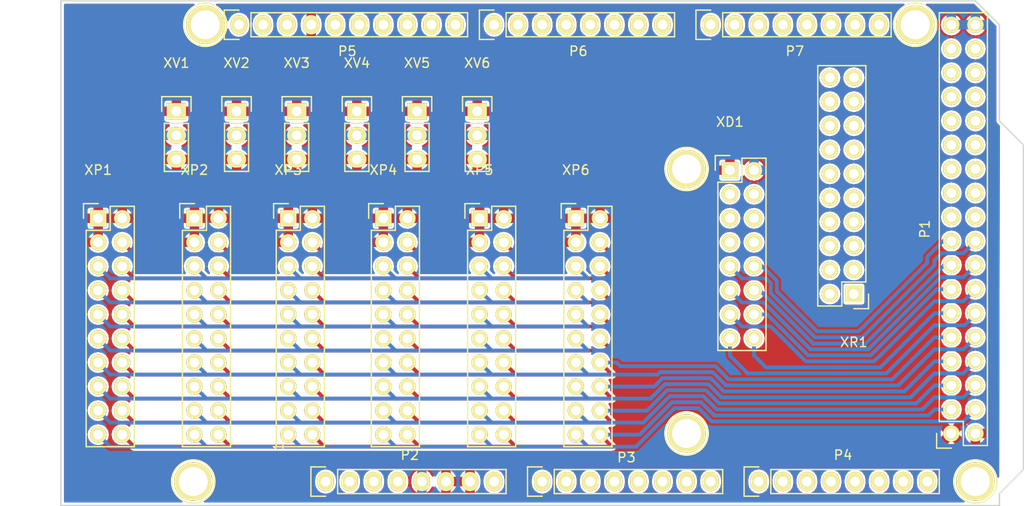
<source format=kicad_pcb>
(kicad_pcb (version 4) (host pcbnew 4.0.1-3.201512221401+6198~38~ubuntu15.10.1-stable)
  (title_block (date "mar. 31 mars 2015"))
  (layers (0 F.Cu signal) (31 B.Cu signal) (34 B.Paste user) (35 F.Paste user) (36 B.SilkS user) (37 F.SilkS user) (38 B.Mask user) (39 F.Mask user) (44 Edge.Cuts user))
  (net 0 "")
  (net 1 GND)
  (net 2 +5V)
  (net 3 //G)
  (net 4 /P7)
  (net 5 /P6)
  (net 6 /P5)
  (net 7 /P4)
  (net 8 /P3)
  (net 9 /P2)
  (net 10 /P1)
  (net 11 /P0)
  (net 12 /AP7)
  (net 13 /AP6)
  (net 14 /AP5)
  (net 15 /AP4)
  (net 16 /AP3)
  (net 17 /AP2)
  (net 18 /AP1)
  (net 19 /AP0)
  (module Socket_Arduino_Mega:Socket_Strip_Arduino_2x18 (layer F.Cu) (at 197.358 114.046 90)
    (fp_text reference P1 (at 21.59 -2.794 90) (layer F.SilkS))
    (fp_text value Digital)
    (pad 1 thru_hole circle (at 0 0 90) (size 1.7272 1.7272) (drill 1.016) (layers *.Cu *.Mask F.SilkS) (net 1 GND))
    (pad 2 thru_hole oval (at 0 2.54 90) (size 1.7272 1.7272) (drill 1.016) (layers *.Cu *.Mask F.SilkS) (net 1 GND))
    (pad 3 thru_hole oval (at 2.54 0 90) (size 1.7272 1.7272) (drill 1.016) (layers *.Cu *.Mask F.SilkS) (net 19 /AP0))
    (pad 4 thru_hole oval (at 2.54 2.54 90) (size 1.7272 1.7272) (drill 1.016) (layers *.Cu *.Mask F.SilkS) (net 18 /AP1))
    (pad 5 thru_hole oval (at 5.08 0 90) (size 1.7272 1.7272) (drill 1.016) (layers *.Cu *.Mask F.SilkS) (net 17 /AP2))
    (pad 6 thru_hole oval (at 5.08 2.54 90) (size 1.7272 1.7272) (drill 1.016) (layers *.Cu *.Mask F.SilkS) (net 16 /AP3))
    (pad 7 thru_hole oval (at 7.62 0 90) (size 1.7272 1.7272) (drill 1.016) (layers *.Cu *.Mask F.SilkS) (net 15 /AP4))
    (pad 8 thru_hole oval (at 7.62 2.54 90) (size 1.7272 1.7272) (drill 1.016) (layers *.Cu *.Mask F.SilkS) (net 14 /AP5))
    (pad 9 thru_hole oval (at 10.16 0 90) (size 1.7272 1.7272) (drill 1.016) (layers *.Cu *.Mask F.SilkS) (net 13 /AP6))
    (pad 10 thru_hole oval (at 10.16 2.54 90) (size 1.7272 1.7272) (drill 1.016) (layers *.Cu *.Mask F.SilkS) (net 12 /AP7))
    (pad 11 thru_hole oval (at 12.7 0 90) (size 1.7272 1.7272) (drill 1.016) (layers *.Cu *.Mask F.SilkS) (net 11 /P0))
    (pad 12 thru_hole oval (at 12.7 2.54 90) (size 1.7272 1.7272) (drill 1.016) (layers *.Cu *.Mask F.SilkS) (net 10 /P1))
    (pad 13 thru_hole oval (at 15.24 0 90) (size 1.7272 1.7272) (drill 1.016) (layers *.Cu *.Mask F.SilkS) (net 9 /P2))
    (pad 14 thru_hole oval (at 15.24 2.54 90) (size 1.7272 1.7272) (drill 1.016) (layers *.Cu *.Mask F.SilkS) (net 8 /P3))
    (pad 15 thru_hole oval (at 17.78 0 90) (size 1.7272 1.7272) (drill 1.016) (layers *.Cu *.Mask F.SilkS) (net 7 /P4))
    (pad 16 thru_hole oval (at 17.78 2.54 90) (size 1.7272 1.7272) (drill 1.016) (layers *.Cu *.Mask F.SilkS) (net 6 /P5))
    (pad 17 thru_hole oval (at 20.32 0 90) (size 1.7272 1.7272) (drill 1.016) (layers *.Cu *.Mask F.SilkS) (net 5 /P6))
    (pad 18 thru_hole oval (at 20.32 2.54 90) (size 1.7272 1.7272) (drill 1.016) (layers *.Cu *.Mask F.SilkS) (net 4 /P7))
    (pad 19 thru_hole oval (at 22.86 0 90) (size 1.7272 1.7272) (drill 1.016) (layers *.Cu *.Mask F.SilkS))
    (pad 20 thru_hole oval (at 22.86 2.54 90) (size 1.7272 1.7272) (drill 1.016) (layers *.Cu *.Mask F.SilkS))
    (pad 21 thru_hole oval (at 25.4 0 90) (size 1.7272 1.7272) (drill 1.016) (layers *.Cu *.Mask F.SilkS))
    (pad 22 thru_hole oval (at 25.4 2.54 90) (size 1.7272 1.7272) (drill 1.016) (layers *.Cu *.Mask F.SilkS))
    (pad 23 thru_hole oval (at 27.94 0 90) (size 1.7272 1.7272) (drill 1.016) (layers *.Cu *.Mask F.SilkS))
    (pad 24 thru_hole oval (at 27.94 2.54 90) (size 1.7272 1.7272) (drill 1.016) (layers *.Cu *.Mask F.SilkS))
    (pad 25 thru_hole oval (at 30.48 0 90) (size 1.7272 1.7272) (drill 1.016) (layers *.Cu *.Mask F.SilkS))
    (pad 26 thru_hole oval (at 30.48 2.54 90) (size 1.7272 1.7272) (drill 1.016) (layers *.Cu *.Mask F.SilkS))
    (pad 27 thru_hole oval (at 33.02 0 90) (size 1.7272 1.7272) (drill 1.016) (layers *.Cu *.Mask F.SilkS))
    (pad 28 thru_hole oval (at 33.02 2.54 90) (size 1.7272 1.7272) (drill 1.016) (layers *.Cu *.Mask F.SilkS))
    (pad 29 thru_hole oval (at 35.56 0 90) (size 1.7272 1.7272) (drill 1.016) (layers *.Cu *.Mask F.SilkS))
    (pad 30 thru_hole oval (at 35.56 2.54 90) (size 1.7272 1.7272) (drill 1.016) (layers *.Cu *.Mask F.SilkS))
    (pad 31 thru_hole oval (at 38.1 0 90) (size 1.7272 1.7272) (drill 1.016) (layers *.Cu *.Mask F.SilkS))
    (pad 32 thru_hole oval (at 38.1 2.54 90) (size 1.7272 1.7272) (drill 1.016) (layers *.Cu *.Mask F.SilkS))
    (pad 33 thru_hole oval (at 40.64 0 90) (size 1.7272 1.7272) (drill 1.016) (layers *.Cu *.Mask F.SilkS))
    (pad 34 thru_hole oval (at 40.64 2.54 90) (size 1.7272 1.7272) (drill 1.016) (layers *.Cu *.Mask F.SilkS))
    (pad 35 thru_hole oval (at 43.18 0 90) (size 1.7272 1.7272) (drill 1.016) (layers *.Cu *.Mask F.SilkS) (net 2 +5V))
    (pad 36 thru_hole oval (at 43.18 2.54 90) (size 1.7272 1.7272) (drill 1.016) (layers *.Cu *.Mask F.SilkS) (net 2 +5V))
  )
  (module Socket_Arduino_Mega:Socket_Strip_Arduino_1x08 (layer F.Cu) (at 131.318 119.126)
    (fp_text reference P2 (at 8.89 -2.794) (layer F.SilkS))
    (fp_text value Power)
    (pad 1 thru_hole oval (at 0 0) (size 1.7272 2.032) (drill 1.016) (layers *.Cu *.Mask F.SilkS))
    (pad 2 thru_hole oval (at 2.54 0) (size 1.7272 2.032) (drill 1.016) (layers *.Cu *.Mask F.SilkS))
    (pad 3 thru_hole oval (at 5.08 0) (size 1.7272 2.032) (drill 1.016) (layers *.Cu *.Mask F.SilkS))
    (pad 4 thru_hole oval (at 7.62 0) (size 1.7272 2.032) (drill 1.016) (layers *.Cu *.Mask F.SilkS))
    (pad 5 thru_hole oval (at 10.16 0) (size 1.7272 2.032) (drill 1.016) (layers *.Cu *.Mask F.SilkS) (net 2 +5V))
    (pad 6 thru_hole oval (at 12.7 0) (size 1.7272 2.032) (drill 1.016) (layers *.Cu *.Mask F.SilkS) (net 1 GND))
    (pad 7 thru_hole oval (at 15.24 0) (size 1.7272 2.032) (drill 1.016) (layers *.Cu *.Mask F.SilkS) (net 1 GND))
    (pad 8 thru_hole oval (at 17.78 0) (size 1.7272 2.032) (drill 1.016) (layers *.Cu *.Mask F.SilkS))
  )
  (module Socket_Arduino_Mega:Socket_Strip_Arduino_1x08 (layer F.Cu) (at 154.178 119.126)
    (fp_text reference P3 (at 8.89 -2.54) (layer F.SilkS))
    (fp_text value Analog)
    (pad 1 thru_hole oval (at 0 0) (size 1.7272 2.032) (drill 1.016) (layers *.Cu *.Mask F.SilkS))
    (pad 2 thru_hole oval (at 2.54 0) (size 1.7272 2.032) (drill 1.016) (layers *.Cu *.Mask F.SilkS))
    (pad 3 thru_hole oval (at 5.08 0) (size 1.7272 2.032) (drill 1.016) (layers *.Cu *.Mask F.SilkS))
    (pad 4 thru_hole oval (at 7.62 0) (size 1.7272 2.032) (drill 1.016) (layers *.Cu *.Mask F.SilkS))
    (pad 5 thru_hole oval (at 10.16 0) (size 1.7272 2.032) (drill 1.016) (layers *.Cu *.Mask F.SilkS))
    (pad 6 thru_hole oval (at 12.7 0) (size 1.7272 2.032) (drill 1.016) (layers *.Cu *.Mask F.SilkS))
    (pad 7 thru_hole oval (at 15.24 0) (size 1.7272 2.032) (drill 1.016) (layers *.Cu *.Mask F.SilkS))
    (pad 8 thru_hole oval (at 17.78 0) (size 1.7272 2.032) (drill 1.016) (layers *.Cu *.Mask F.SilkS))
  )
  (module Socket_Arduino_Mega:Socket_Strip_Arduino_1x08 (layer F.Cu) (at 177.038 119.126)
    (fp_text reference P4 (at 8.89 -2.794) (layer F.SilkS))
    (fp_text value Analog)
    (pad 1 thru_hole oval (at 0 0) (size 1.7272 2.032) (drill 1.016) (layers *.Cu *.Mask F.SilkS))
    (pad 2 thru_hole oval (at 2.54 0) (size 1.7272 2.032) (drill 1.016) (layers *.Cu *.Mask F.SilkS))
    (pad 3 thru_hole oval (at 5.08 0) (size 1.7272 2.032) (drill 1.016) (layers *.Cu *.Mask F.SilkS))
    (pad 4 thru_hole oval (at 7.62 0) (size 1.7272 2.032) (drill 1.016) (layers *.Cu *.Mask F.SilkS))
    (pad 5 thru_hole oval (at 10.16 0) (size 1.7272 2.032) (drill 1.016) (layers *.Cu *.Mask F.SilkS))
    (pad 6 thru_hole oval (at 12.7 0) (size 1.7272 2.032) (drill 1.016) (layers *.Cu *.Mask F.SilkS))
    (pad 7 thru_hole oval (at 15.24 0) (size 1.7272 2.032) (drill 1.016) (layers *.Cu *.Mask F.SilkS))
    (pad 8 thru_hole oval (at 17.78 0) (size 1.7272 2.032) (drill 1.016) (layers *.Cu *.Mask F.SilkS))
  )
  (module Socket_Arduino_Mega:Socket_Strip_Arduino_1x10 (layer F.Cu) (at 122.174 70.866)
    (fp_text reference P5 (at 11.43 2.794) (layer F.SilkS))
    (fp_text value PWM)
    (pad 1 thru_hole oval (at 0 0) (size 1.7272 2.032) (drill 1.016) (layers *.Cu *.Mask F.SilkS))
    (pad 2 thru_hole oval (at 2.54 0) (size 1.7272 2.032) (drill 1.016) (layers *.Cu *.Mask F.SilkS))
    (pad 3 thru_hole oval (at 5.08 0) (size 1.7272 2.032) (drill 1.016) (layers *.Cu *.Mask F.SilkS))
    (pad 4 thru_hole oval (at 7.62 0) (size 1.7272 2.032) (drill 1.016) (layers *.Cu *.Mask F.SilkS) (net 1 GND))
    (pad 5 thru_hole oval (at 10.16 0) (size 1.7272 2.032) (drill 1.016) (layers *.Cu *.Mask F.SilkS))
    (pad 6 thru_hole oval (at 12.7 0) (size 1.7272 2.032) (drill 1.016) (layers *.Cu *.Mask F.SilkS))
    (pad 7 thru_hole oval (at 15.24 0) (size 1.7272 2.032) (drill 1.016) (layers *.Cu *.Mask F.SilkS))
    (pad 8 thru_hole oval (at 17.78 0) (size 1.7272 2.032) (drill 1.016) (layers *.Cu *.Mask F.SilkS))
    (pad 9 thru_hole oval (at 20.32 0) (size 1.7272 2.032) (drill 1.016) (layers *.Cu *.Mask F.SilkS))
    (pad 10 thru_hole oval (at 22.86 0) (size 1.7272 2.032) (drill 1.016) (layers *.Cu *.Mask F.SilkS))
  )
  (module Socket_Arduino_Mega:Socket_Strip_Arduino_1x08 (layer F.Cu) (at 149.098 70.866)
    (fp_text reference P6 (at 8.89 2.794) (layer F.SilkS))
    (fp_text value PWM)
    (pad 1 thru_hole oval (at 0 0) (size 1.7272 2.032) (drill 1.016) (layers *.Cu *.Mask F.SilkS))
    (pad 2 thru_hole oval (at 2.54 0) (size 1.7272 2.032) (drill 1.016) (layers *.Cu *.Mask F.SilkS))
    (pad 3 thru_hole oval (at 5.08 0) (size 1.7272 2.032) (drill 1.016) (layers *.Cu *.Mask F.SilkS))
    (pad 4 thru_hole oval (at 7.62 0) (size 1.7272 2.032) (drill 1.016) (layers *.Cu *.Mask F.SilkS))
    (pad 5 thru_hole oval (at 10.16 0) (size 1.7272 2.032) (drill 1.016) (layers *.Cu *.Mask F.SilkS))
    (pad 6 thru_hole oval (at 12.7 0) (size 1.7272 2.032) (drill 1.016) (layers *.Cu *.Mask F.SilkS))
    (pad 7 thru_hole oval (at 15.24 0) (size 1.7272 2.032) (drill 1.016) (layers *.Cu *.Mask F.SilkS))
    (pad 8 thru_hole oval (at 17.78 0) (size 1.7272 2.032) (drill 1.016) (layers *.Cu *.Mask F.SilkS))
  )
  (module Socket_Arduino_Mega:Socket_Strip_Arduino_1x08 (layer F.Cu) (at 171.958 70.866)
    (fp_text reference P7 (at 8.89 2.794) (layer F.SilkS))
    (fp_text value Communication)
    (pad 1 thru_hole oval (at 0 0) (size 1.7272 2.032) (drill 1.016) (layers *.Cu *.Mask F.SilkS))
    (pad 2 thru_hole oval (at 2.54 0) (size 1.7272 2.032) (drill 1.016) (layers *.Cu *.Mask F.SilkS))
    (pad 3 thru_hole oval (at 5.08 0) (size 1.7272 2.032) (drill 1.016) (layers *.Cu *.Mask F.SilkS))
    (pad 4 thru_hole oval (at 7.62 0) (size 1.7272 2.032) (drill 1.016) (layers *.Cu *.Mask F.SilkS))
    (pad 5 thru_hole oval (at 10.16 0) (size 1.7272 2.032) (drill 1.016) (layers *.Cu *.Mask F.SilkS))
    (pad 6 thru_hole oval (at 12.7 0) (size 1.7272 2.032) (drill 1.016) (layers *.Cu *.Mask F.SilkS))
    (pad 7 thru_hole oval (at 15.24 0) (size 1.7272 2.032) (drill 1.016) (layers *.Cu *.Mask F.SilkS))
    (pad 8 thru_hole oval (at 17.78 0) (size 1.7272 2.032) (drill 1.016) (layers *.Cu *.Mask F.SilkS))
  )
  (module Socket_Arduino_Mega:Arduino_1pin (layer F.Cu) (at 117.348 119.126)
    (fp_text reference P8 hide)
    (fp_text value CONN_1 hide)
    (pad 1 thru_hole circle (at 0 0) (size 4.064 4.064) (drill 3.048) (layers *.Cu *.Mask F.SilkS))
  )
  (module Socket_Arduino_Mega:Arduino_1pin (layer F.Cu) (at 169.418 114.046)
    (fp_text reference P9 hide)
    (fp_text value CONN_1 hide)
    (pad 1 thru_hole circle (at 0 0) (size 4.064 4.064) (drill 3.048) (layers *.Cu *.Mask F.SilkS))
  )
  (module Socket_Arduino_Mega:Arduino_1pin (layer F.Cu) (at 199.898 119.126)
    (fp_text reference P10 hide)
    (fp_text value CONN_1 hide)
    (pad 1 thru_hole circle (at 0 0) (size 4.064 4.064) (drill 3.048) (layers *.Cu *.Mask F.SilkS))
  )
  (module Socket_Arduino_Mega:Arduino_1pin (layer F.Cu) (at 118.618 70.866)
    (fp_text reference P11 hide)
    (fp_text value CONN_1 hide)
    (pad 1 thru_hole circle (at 0 0) (size 4.064 4.064) (drill 3.048) (layers *.Cu *.Mask F.SilkS))
  )
  (module Socket_Arduino_Mega:Arduino_1pin (layer F.Cu) (at 169.418 86.106)
    (fp_text reference P12 hide)
    (fp_text value CONN_1 hide)
    (pad 1 thru_hole circle (at 0 0) (size 4.064 4.064) (drill 3.048) (layers *.Cu *.Mask F.SilkS))
  )
  (module Socket_Arduino_Mega:Arduino_1pin (layer F.Cu) (at 193.548 70.866)
    (fp_text reference P13 hide)
    (fp_text value CONN_1 hide)
    (pad 1 thru_hole circle (at 0 0) (size 4.064 4.064) (drill 3.048) (layers *.Cu *.Mask F.SilkS))
  )
  (module Pin_Headers:Pin_Header_Straight_2x08 (layer F.Cu) (at 173.99 86.233)
    (fp_text reference XD1 (at 0 -5.1) (layer F.SilkS))
    (fp_text value CONN_02X08)
    (pad 1 thru_hole rect (at 0 0) (size 1.7272 1.7272) (drill 1.016) (layers *.Cu *.Mask F.SilkS) (net 1 GND))
    (pad 2 thru_hole oval (at 2.54 0) (size 1.7272 1.7272) (drill 1.016) (layers *.Cu *.Mask F.SilkS) (net 2 +5V))
    (pad 3 thru_hole oval (at 0 2.54) (size 1.7272 1.7272) (drill 1.016) (layers *.Cu *.Mask F.SilkS))
    (pad 4 thru_hole oval (at 2.54 2.54) (size 1.7272 1.7272) (drill 1.016) (layers *.Cu *.Mask F.SilkS))
    (pad 5 thru_hole oval (at 0 5.08) (size 1.7272 1.7272) (drill 1.016) (layers *.Cu *.Mask F.SilkS))
    (pad 6 thru_hole oval (at 2.54 5.08) (size 1.7272 1.7272) (drill 1.016) (layers *.Cu *.Mask F.SilkS))
    (pad 7 thru_hole oval (at 0 7.62) (size 1.7272 1.7272) (drill 1.016) (layers *.Cu *.Mask F.SilkS))
    (pad 8 thru_hole oval (at 2.54 7.62) (size 1.7272 1.7272) (drill 1.016) (layers *.Cu *.Mask F.SilkS))
    (pad 9 thru_hole oval (at 0 10.16) (size 1.7272 1.7272) (drill 1.016) (layers *.Cu *.Mask F.SilkS) (net 4 /P7))
    (pad 10 thru_hole oval (at 2.54 10.16) (size 1.7272 1.7272) (drill 1.016) (layers *.Cu *.Mask F.SilkS) (net 5 /P6))
    (pad 11 thru_hole oval (at 0 12.7) (size 1.7272 1.7272) (drill 1.016) (layers *.Cu *.Mask F.SilkS) (net 6 /P5))
    (pad 12 thru_hole oval (at 2.54 12.7) (size 1.7272 1.7272) (drill 1.016) (layers *.Cu *.Mask F.SilkS) (net 7 /P4))
    (pad 13 thru_hole oval (at 0 15.24) (size 1.7272 1.7272) (drill 1.016) (layers *.Cu *.Mask F.SilkS) (net 8 /P3))
    (pad 14 thru_hole oval (at 2.54 15.24) (size 1.7272 1.7272) (drill 1.016) (layers *.Cu *.Mask F.SilkS) (net 9 /P2))
    (pad 15 thru_hole oval (at 0 17.78) (size 1.7272 1.7272) (drill 1.016) (layers *.Cu *.Mask F.SilkS) (net 10 /P1))
    (pad 16 thru_hole oval (at 2.54 17.78) (size 1.7272 1.7272) (drill 1.016) (layers *.Cu *.Mask F.SilkS) (net 11 /P0))
  )
  (module Pin_Headers:Pin_Header_Straight_2x10 (layer F.Cu) (at 107.315 91.313)
    (fp_text reference XP1 (at 0 -5.1) (layer F.SilkS))
    (fp_text value CONN_02X10)
    (pad 1 thru_hole rect (at 0 0) (size 1.7272 1.7272) (drill 1.016) (layers *.Cu *.Mask F.SilkS) (net 1 GND))
    (pad 2 thru_hole oval (at 2.54 0) (size 1.7272 1.7272) (drill 1.016) (layers *.Cu *.Mask F.SilkS) (net 1 GND))
    (pad 3 thru_hole oval (at 0 2.54) (size 1.7272 1.7272) (drill 1.016) (layers *.Cu *.Mask F.SilkS) (net 1 GND))
    (pad 4 thru_hole oval (at 2.54 2.54) (size 1.7272 1.7272) (drill 1.016) (layers *.Cu *.Mask F.SilkS) (net 3 //G))
    (pad 5 thru_hole oval (at 0 5.08) (size 1.7272 1.7272) (drill 1.016) (layers *.Cu *.Mask F.SilkS) (net 4 /P7))
    (pad 6 thru_hole oval (at 2.54 5.08) (size 1.7272 1.7272) (drill 1.016) (layers *.Cu *.Mask F.SilkS) (net 5 /P6))
    (pad 7 thru_hole oval (at 0 7.62) (size 1.7272 1.7272) (drill 1.016) (layers *.Cu *.Mask F.SilkS) (net 6 /P5))
    (pad 8 thru_hole oval (at 2.54 7.62) (size 1.7272 1.7272) (drill 1.016) (layers *.Cu *.Mask F.SilkS) (net 7 /P4))
    (pad 9 thru_hole oval (at 0 10.16) (size 1.7272 1.7272) (drill 1.016) (layers *.Cu *.Mask F.SilkS) (net 8 /P3))
    (pad 10 thru_hole oval (at 2.54 10.16) (size 1.7272 1.7272) (drill 1.016) (layers *.Cu *.Mask F.SilkS) (net 9 /P2))
    (pad 11 thru_hole oval (at 0 12.7) (size 1.7272 1.7272) (drill 1.016) (layers *.Cu *.Mask F.SilkS) (net 10 /P1))
    (pad 12 thru_hole oval (at 2.54 12.7) (size 1.7272 1.7272) (drill 1.016) (layers *.Cu *.Mask F.SilkS) (net 11 /P0))
    (pad 13 thru_hole oval (at 0 15.24) (size 1.7272 1.7272) (drill 1.016) (layers *.Cu *.Mask F.SilkS) (net 12 /AP7))
    (pad 14 thru_hole oval (at 2.54 15.24) (size 1.7272 1.7272) (drill 1.016) (layers *.Cu *.Mask F.SilkS) (net 13 /AP6))
    (pad 15 thru_hole oval (at 0 17.78) (size 1.7272 1.7272) (drill 1.016) (layers *.Cu *.Mask F.SilkS) (net 14 /AP5))
    (pad 16 thru_hole oval (at 2.54 17.78) (size 1.7272 1.7272) (drill 1.016) (layers *.Cu *.Mask F.SilkS) (net 15 /AP4))
    (pad 17 thru_hole oval (at 0 20.32) (size 1.7272 1.7272) (drill 1.016) (layers *.Cu *.Mask F.SilkS) (net 16 /AP3))
    (pad 18 thru_hole oval (at 2.54 20.32) (size 1.7272 1.7272) (drill 1.016) (layers *.Cu *.Mask F.SilkS) (net 17 /AP2))
    (pad 19 thru_hole oval (at 0 22.86) (size 1.7272 1.7272) (drill 1.016) (layers *.Cu *.Mask F.SilkS) (net 18 /AP1))
    (pad 20 thru_hole oval (at 2.54 22.86) (size 1.7272 1.7272) (drill 1.016) (layers *.Cu *.Mask F.SilkS) (net 19 /AP0))
  )
  (module Pin_Headers:Pin_Header_Straight_2x10 (layer F.Cu) (at 117.475 91.313)
    (fp_text reference XP2 (at 0 -5.1) (layer F.SilkS))
    (fp_text value CONN_02X10)
    (pad 1 thru_hole rect (at 0 0) (size 1.7272 1.7272) (drill 1.016) (layers *.Cu *.Mask F.SilkS) (net 1 GND))
    (pad 2 thru_hole oval (at 2.54 0) (size 1.7272 1.7272) (drill 1.016) (layers *.Cu *.Mask F.SilkS) (net 1 GND))
    (pad 3 thru_hole oval (at 0 2.54) (size 1.7272 1.7272) (drill 1.016) (layers *.Cu *.Mask F.SilkS) (net 1 GND))
    (pad 4 thru_hole oval (at 2.54 2.54) (size 1.7272 1.7272) (drill 1.016) (layers *.Cu *.Mask F.SilkS) (net 3 //G))
    (pad 5 thru_hole oval (at 0 5.08) (size 1.7272 1.7272) (drill 1.016) (layers *.Cu *.Mask F.SilkS) (net 4 /P7))
    (pad 6 thru_hole oval (at 2.54 5.08) (size 1.7272 1.7272) (drill 1.016) (layers *.Cu *.Mask F.SilkS) (net 5 /P6))
    (pad 7 thru_hole oval (at 0 7.62) (size 1.7272 1.7272) (drill 1.016) (layers *.Cu *.Mask F.SilkS) (net 6 /P5))
    (pad 8 thru_hole oval (at 2.54 7.62) (size 1.7272 1.7272) (drill 1.016) (layers *.Cu *.Mask F.SilkS) (net 7 /P4))
    (pad 9 thru_hole oval (at 0 10.16) (size 1.7272 1.7272) (drill 1.016) (layers *.Cu *.Mask F.SilkS) (net 8 /P3))
    (pad 10 thru_hole oval (at 2.54 10.16) (size 1.7272 1.7272) (drill 1.016) (layers *.Cu *.Mask F.SilkS) (net 9 /P2))
    (pad 11 thru_hole oval (at 0 12.7) (size 1.7272 1.7272) (drill 1.016) (layers *.Cu *.Mask F.SilkS) (net 10 /P1))
    (pad 12 thru_hole oval (at 2.54 12.7) (size 1.7272 1.7272) (drill 1.016) (layers *.Cu *.Mask F.SilkS) (net 11 /P0))
    (pad 13 thru_hole oval (at 0 15.24) (size 1.7272 1.7272) (drill 1.016) (layers *.Cu *.Mask F.SilkS) (net 12 /AP7))
    (pad 14 thru_hole oval (at 2.54 15.24) (size 1.7272 1.7272) (drill 1.016) (layers *.Cu *.Mask F.SilkS) (net 13 /AP6))
    (pad 15 thru_hole oval (at 0 17.78) (size 1.7272 1.7272) (drill 1.016) (layers *.Cu *.Mask F.SilkS) (net 14 /AP5))
    (pad 16 thru_hole oval (at 2.54 17.78) (size 1.7272 1.7272) (drill 1.016) (layers *.Cu *.Mask F.SilkS) (net 15 /AP4))
    (pad 17 thru_hole oval (at 0 20.32) (size 1.7272 1.7272) (drill 1.016) (layers *.Cu *.Mask F.SilkS) (net 16 /AP3))
    (pad 18 thru_hole oval (at 2.54 20.32) (size 1.7272 1.7272) (drill 1.016) (layers *.Cu *.Mask F.SilkS) (net 17 /AP2))
    (pad 19 thru_hole oval (at 0 22.86) (size 1.7272 1.7272) (drill 1.016) (layers *.Cu *.Mask F.SilkS) (net 18 /AP1))
    (pad 20 thru_hole oval (at 2.54 22.86) (size 1.7272 1.7272) (drill 1.016) (layers *.Cu *.Mask F.SilkS) (net 19 /AP0))
  )
  (module Pin_Headers:Pin_Header_Straight_2x10 (layer F.Cu) (at 127.381 91.313)
    (fp_text reference XP3 (at 0 -5.1) (layer F.SilkS))
    (fp_text value CONN_02X10)
    (pad 1 thru_hole rect (at 0 0) (size 1.7272 1.7272) (drill 1.016) (layers *.Cu *.Mask F.SilkS) (net 1 GND))
    (pad 2 thru_hole oval (at 2.54 0) (size 1.7272 1.7272) (drill 1.016) (layers *.Cu *.Mask F.SilkS) (net 1 GND))
    (pad 3 thru_hole oval (at 0 2.54) (size 1.7272 1.7272) (drill 1.016) (layers *.Cu *.Mask F.SilkS) (net 1 GND))
    (pad 4 thru_hole oval (at 2.54 2.54) (size 1.7272 1.7272) (drill 1.016) (layers *.Cu *.Mask F.SilkS) (net 3 //G))
    (pad 5 thru_hole oval (at 0 5.08) (size 1.7272 1.7272) (drill 1.016) (layers *.Cu *.Mask F.SilkS) (net 4 /P7))
    (pad 6 thru_hole oval (at 2.54 5.08) (size 1.7272 1.7272) (drill 1.016) (layers *.Cu *.Mask F.SilkS) (net 5 /P6))
    (pad 7 thru_hole oval (at 0 7.62) (size 1.7272 1.7272) (drill 1.016) (layers *.Cu *.Mask F.SilkS) (net 6 /P5))
    (pad 8 thru_hole oval (at 2.54 7.62) (size 1.7272 1.7272) (drill 1.016) (layers *.Cu *.Mask F.SilkS) (net 7 /P4))
    (pad 9 thru_hole oval (at 0 10.16) (size 1.7272 1.7272) (drill 1.016) (layers *.Cu *.Mask F.SilkS) (net 8 /P3))
    (pad 10 thru_hole oval (at 2.54 10.16) (size 1.7272 1.7272) (drill 1.016) (layers *.Cu *.Mask F.SilkS) (net 9 /P2))
    (pad 11 thru_hole oval (at 0 12.7) (size 1.7272 1.7272) (drill 1.016) (layers *.Cu *.Mask F.SilkS) (net 10 /P1))
    (pad 12 thru_hole oval (at 2.54 12.7) (size 1.7272 1.7272) (drill 1.016) (layers *.Cu *.Mask F.SilkS) (net 11 /P0))
    (pad 13 thru_hole oval (at 0 15.24) (size 1.7272 1.7272) (drill 1.016) (layers *.Cu *.Mask F.SilkS) (net 12 /AP7))
    (pad 14 thru_hole oval (at 2.54 15.24) (size 1.7272 1.7272) (drill 1.016) (layers *.Cu *.Mask F.SilkS) (net 13 /AP6))
    (pad 15 thru_hole oval (at 0 17.78) (size 1.7272 1.7272) (drill 1.016) (layers *.Cu *.Mask F.SilkS) (net 14 /AP5))
    (pad 16 thru_hole oval (at 2.54 17.78) (size 1.7272 1.7272) (drill 1.016) (layers *.Cu *.Mask F.SilkS) (net 15 /AP4))
    (pad 17 thru_hole oval (at 0 20.32) (size 1.7272 1.7272) (drill 1.016) (layers *.Cu *.Mask F.SilkS) (net 16 /AP3))
    (pad 18 thru_hole oval (at 2.54 20.32) (size 1.7272 1.7272) (drill 1.016) (layers *.Cu *.Mask F.SilkS) (net 17 /AP2))
    (pad 19 thru_hole oval (at 0 22.86) (size 1.7272 1.7272) (drill 1.016) (layers *.Cu *.Mask F.SilkS) (net 18 /AP1))
    (pad 20 thru_hole oval (at 2.54 22.86) (size 1.7272 1.7272) (drill 1.016) (layers *.Cu *.Mask F.SilkS) (net 19 /AP0))
  )
  (module Pin_Headers:Pin_Header_Straight_2x10 (layer F.Cu) (at 137.414 91.313)
    (fp_text reference XP4 (at 0 -5.1) (layer F.SilkS))
    (fp_text value CONN_02X10)
    (pad 1 thru_hole rect (at 0 0) (size 1.7272 1.7272) (drill 1.016) (layers *.Cu *.Mask F.SilkS) (net 1 GND))
    (pad 2 thru_hole oval (at 2.54 0) (size 1.7272 1.7272) (drill 1.016) (layers *.Cu *.Mask F.SilkS) (net 1 GND))
    (pad 3 thru_hole oval (at 0 2.54) (size 1.7272 1.7272) (drill 1.016) (layers *.Cu *.Mask F.SilkS) (net 1 GND))
    (pad 4 thru_hole oval (at 2.54 2.54) (size 1.7272 1.7272) (drill 1.016) (layers *.Cu *.Mask F.SilkS) (net 3 //G))
    (pad 5 thru_hole oval (at 0 5.08) (size 1.7272 1.7272) (drill 1.016) (layers *.Cu *.Mask F.SilkS) (net 4 /P7))
    (pad 6 thru_hole oval (at 2.54 5.08) (size 1.7272 1.7272) (drill 1.016) (layers *.Cu *.Mask F.SilkS) (net 5 /P6))
    (pad 7 thru_hole oval (at 0 7.62) (size 1.7272 1.7272) (drill 1.016) (layers *.Cu *.Mask F.SilkS) (net 6 /P5))
    (pad 8 thru_hole oval (at 2.54 7.62) (size 1.7272 1.7272) (drill 1.016) (layers *.Cu *.Mask F.SilkS) (net 7 /P4))
    (pad 9 thru_hole oval (at 0 10.16) (size 1.7272 1.7272) (drill 1.016) (layers *.Cu *.Mask F.SilkS) (net 8 /P3))
    (pad 10 thru_hole oval (at 2.54 10.16) (size 1.7272 1.7272) (drill 1.016) (layers *.Cu *.Mask F.SilkS) (net 9 /P2))
    (pad 11 thru_hole oval (at 0 12.7) (size 1.7272 1.7272) (drill 1.016) (layers *.Cu *.Mask F.SilkS) (net 10 /P1))
    (pad 12 thru_hole oval (at 2.54 12.7) (size 1.7272 1.7272) (drill 1.016) (layers *.Cu *.Mask F.SilkS) (net 11 /P0))
    (pad 13 thru_hole oval (at 0 15.24) (size 1.7272 1.7272) (drill 1.016) (layers *.Cu *.Mask F.SilkS) (net 12 /AP7))
    (pad 14 thru_hole oval (at 2.54 15.24) (size 1.7272 1.7272) (drill 1.016) (layers *.Cu *.Mask F.SilkS) (net 13 /AP6))
    (pad 15 thru_hole oval (at 0 17.78) (size 1.7272 1.7272) (drill 1.016) (layers *.Cu *.Mask F.SilkS) (net 14 /AP5))
    (pad 16 thru_hole oval (at 2.54 17.78) (size 1.7272 1.7272) (drill 1.016) (layers *.Cu *.Mask F.SilkS) (net 15 /AP4))
    (pad 17 thru_hole oval (at 0 20.32) (size 1.7272 1.7272) (drill 1.016) (layers *.Cu *.Mask F.SilkS) (net 16 /AP3))
    (pad 18 thru_hole oval (at 2.54 20.32) (size 1.7272 1.7272) (drill 1.016) (layers *.Cu *.Mask F.SilkS) (net 17 /AP2))
    (pad 19 thru_hole oval (at 0 22.86) (size 1.7272 1.7272) (drill 1.016) (layers *.Cu *.Mask F.SilkS) (net 18 /AP1))
    (pad 20 thru_hole oval (at 2.54 22.86) (size 1.7272 1.7272) (drill 1.016) (layers *.Cu *.Mask F.SilkS) (net 19 /AP0))
  )
  (module Pin_Headers:Pin_Header_Straight_2x10 (layer F.Cu) (at 147.574 91.313)
    (fp_text reference XP5 (at 0 -5.1) (layer F.SilkS))
    (fp_text value CONN_02X10)
    (pad 1 thru_hole rect (at 0 0) (size 1.7272 1.7272) (drill 1.016) (layers *.Cu *.Mask F.SilkS) (net 1 GND))
    (pad 2 thru_hole oval (at 2.54 0) (size 1.7272 1.7272) (drill 1.016) (layers *.Cu *.Mask F.SilkS) (net 1 GND))
    (pad 3 thru_hole oval (at 0 2.54) (size 1.7272 1.7272) (drill 1.016) (layers *.Cu *.Mask F.SilkS) (net 1 GND))
    (pad 4 thru_hole oval (at 2.54 2.54) (size 1.7272 1.7272) (drill 1.016) (layers *.Cu *.Mask F.SilkS) (net 3 //G))
    (pad 5 thru_hole oval (at 0 5.08) (size 1.7272 1.7272) (drill 1.016) (layers *.Cu *.Mask F.SilkS) (net 4 /P7))
    (pad 6 thru_hole oval (at 2.54 5.08) (size 1.7272 1.7272) (drill 1.016) (layers *.Cu *.Mask F.SilkS) (net 5 /P6))
    (pad 7 thru_hole oval (at 0 7.62) (size 1.7272 1.7272) (drill 1.016) (layers *.Cu *.Mask F.SilkS) (net 6 /P5))
    (pad 8 thru_hole oval (at 2.54 7.62) (size 1.7272 1.7272) (drill 1.016) (layers *.Cu *.Mask F.SilkS) (net 7 /P4))
    (pad 9 thru_hole oval (at 0 10.16) (size 1.7272 1.7272) (drill 1.016) (layers *.Cu *.Mask F.SilkS) (net 8 /P3))
    (pad 10 thru_hole oval (at 2.54 10.16) (size 1.7272 1.7272) (drill 1.016) (layers *.Cu *.Mask F.SilkS) (net 9 /P2))
    (pad 11 thru_hole oval (at 0 12.7) (size 1.7272 1.7272) (drill 1.016) (layers *.Cu *.Mask F.SilkS) (net 10 /P1))
    (pad 12 thru_hole oval (at 2.54 12.7) (size 1.7272 1.7272) (drill 1.016) (layers *.Cu *.Mask F.SilkS) (net 11 /P0))
    (pad 13 thru_hole oval (at 0 15.24) (size 1.7272 1.7272) (drill 1.016) (layers *.Cu *.Mask F.SilkS) (net 12 /AP7))
    (pad 14 thru_hole oval (at 2.54 15.24) (size 1.7272 1.7272) (drill 1.016) (layers *.Cu *.Mask F.SilkS) (net 13 /AP6))
    (pad 15 thru_hole oval (at 0 17.78) (size 1.7272 1.7272) (drill 1.016) (layers *.Cu *.Mask F.SilkS) (net 14 /AP5))
    (pad 16 thru_hole oval (at 2.54 17.78) (size 1.7272 1.7272) (drill 1.016) (layers *.Cu *.Mask F.SilkS) (net 15 /AP4))
    (pad 17 thru_hole oval (at 0 20.32) (size 1.7272 1.7272) (drill 1.016) (layers *.Cu *.Mask F.SilkS) (net 16 /AP3))
    (pad 18 thru_hole oval (at 2.54 20.32) (size 1.7272 1.7272) (drill 1.016) (layers *.Cu *.Mask F.SilkS) (net 17 /AP2))
    (pad 19 thru_hole oval (at 0 22.86) (size 1.7272 1.7272) (drill 1.016) (layers *.Cu *.Mask F.SilkS) (net 18 /AP1))
    (pad 20 thru_hole oval (at 2.54 22.86) (size 1.7272 1.7272) (drill 1.016) (layers *.Cu *.Mask F.SilkS) (net 19 /AP0))
  )
  (module Pin_Headers:Pin_Header_Straight_2x10 (layer F.Cu) (at 157.734 91.313)
    (fp_text reference XP6 (at 0 -5.1) (layer F.SilkS))
    (fp_text value CONN_02X10)
    (pad 1 thru_hole rect (at 0 0) (size 1.7272 1.7272) (drill 1.016) (layers *.Cu *.Mask F.SilkS) (net 1 GND))
    (pad 2 thru_hole oval (at 2.54 0) (size 1.7272 1.7272) (drill 1.016) (layers *.Cu *.Mask F.SilkS) (net 1 GND))
    (pad 3 thru_hole oval (at 0 2.54) (size 1.7272 1.7272) (drill 1.016) (layers *.Cu *.Mask F.SilkS) (net 1 GND))
    (pad 4 thru_hole oval (at 2.54 2.54) (size 1.7272 1.7272) (drill 1.016) (layers *.Cu *.Mask F.SilkS) (net 3 //G))
    (pad 5 thru_hole oval (at 0 5.08) (size 1.7272 1.7272) (drill 1.016) (layers *.Cu *.Mask F.SilkS) (net 4 /P7))
    (pad 6 thru_hole oval (at 2.54 5.08) (size 1.7272 1.7272) (drill 1.016) (layers *.Cu *.Mask F.SilkS) (net 5 /P6))
    (pad 7 thru_hole oval (at 0 7.62) (size 1.7272 1.7272) (drill 1.016) (layers *.Cu *.Mask F.SilkS) (net 6 /P5))
    (pad 8 thru_hole oval (at 2.54 7.62) (size 1.7272 1.7272) (drill 1.016) (layers *.Cu *.Mask F.SilkS) (net 7 /P4))
    (pad 9 thru_hole oval (at 0 10.16) (size 1.7272 1.7272) (drill 1.016) (layers *.Cu *.Mask F.SilkS) (net 8 /P3))
    (pad 10 thru_hole oval (at 2.54 10.16) (size 1.7272 1.7272) (drill 1.016) (layers *.Cu *.Mask F.SilkS) (net 9 /P2))
    (pad 11 thru_hole oval (at 0 12.7) (size 1.7272 1.7272) (drill 1.016) (layers *.Cu *.Mask F.SilkS) (net 10 /P1))
    (pad 12 thru_hole oval (at 2.54 12.7) (size 1.7272 1.7272) (drill 1.016) (layers *.Cu *.Mask F.SilkS) (net 11 /P0))
    (pad 13 thru_hole oval (at 0 15.24) (size 1.7272 1.7272) (drill 1.016) (layers *.Cu *.Mask F.SilkS) (net 12 /AP7))
    (pad 14 thru_hole oval (at 2.54 15.24) (size 1.7272 1.7272) (drill 1.016) (layers *.Cu *.Mask F.SilkS) (net 13 /AP6))
    (pad 15 thru_hole oval (at 0 17.78) (size 1.7272 1.7272) (drill 1.016) (layers *.Cu *.Mask F.SilkS) (net 14 /AP5))
    (pad 16 thru_hole oval (at 2.54 17.78) (size 1.7272 1.7272) (drill 1.016) (layers *.Cu *.Mask F.SilkS) (net 15 /AP4))
    (pad 17 thru_hole oval (at 0 20.32) (size 1.7272 1.7272) (drill 1.016) (layers *.Cu *.Mask F.SilkS) (net 16 /AP3))
    (pad 18 thru_hole oval (at 2.54 20.32) (size 1.7272 1.7272) (drill 1.016) (layers *.Cu *.Mask F.SilkS) (net 17 /AP2))
    (pad 19 thru_hole oval (at 0 22.86) (size 1.7272 1.7272) (drill 1.016) (layers *.Cu *.Mask F.SilkS) (net 18 /AP1))
    (pad 20 thru_hole oval (at 2.54 22.86) (size 1.7272 1.7272) (drill 1.016) (layers *.Cu *.Mask F.SilkS) (net 19 /AP0))
  )
  (module Pin_Headers:Pin_Header_Straight_2x10 (layer F.Cu) (at 187.071 99.314 180)
    (fp_text reference XR1 (at 0 -5.1 180) (layer F.SilkS))
    (fp_text value CONN_02X10)
    (pad 1 thru_hole rect (at 0 0 180) (size 1.7272 1.7272) (drill 1.016) (layers *.Cu *.Mask F.SilkS))
    (pad 2 thru_hole oval (at 2.54 0 180) (size 1.7272 1.7272) (drill 1.016) (layers *.Cu *.Mask F.SilkS))
    (pad 3 thru_hole oval (at 0 2.54 180) (size 1.7272 1.7272) (drill 1.016) (layers *.Cu *.Mask F.SilkS))
    (pad 4 thru_hole oval (at 2.54 2.54 180) (size 1.7272 1.7272) (drill 1.016) (layers *.Cu *.Mask F.SilkS))
    (pad 5 thru_hole oval (at 0 5.08 180) (size 1.7272 1.7272) (drill 1.016) (layers *.Cu *.Mask F.SilkS))
    (pad 6 thru_hole oval (at 2.54 5.08 180) (size 1.7272 1.7272) (drill 1.016) (layers *.Cu *.Mask F.SilkS))
    (pad 7 thru_hole oval (at 0 7.62 180) (size 1.7272 1.7272) (drill 1.016) (layers *.Cu *.Mask F.SilkS))
    (pad 8 thru_hole oval (at 2.54 7.62 180) (size 1.7272 1.7272) (drill 1.016) (layers *.Cu *.Mask F.SilkS))
    (pad 9 thru_hole oval (at 0 10.16 180) (size 1.7272 1.7272) (drill 1.016) (layers *.Cu *.Mask F.SilkS))
    (pad 10 thru_hole oval (at 2.54 10.16 180) (size 1.7272 1.7272) (drill 1.016) (layers *.Cu *.Mask F.SilkS))
    (pad 11 thru_hole oval (at 0 12.7 180) (size 1.7272 1.7272) (drill 1.016) (layers *.Cu *.Mask F.SilkS))
    (pad 12 thru_hole oval (at 2.54 12.7 180) (size 1.7272 1.7272) (drill 1.016) (layers *.Cu *.Mask F.SilkS))
    (pad 13 thru_hole oval (at 0 15.24 180) (size 1.7272 1.7272) (drill 1.016) (layers *.Cu *.Mask F.SilkS))
    (pad 14 thru_hole oval (at 2.54 15.24 180) (size 1.7272 1.7272) (drill 1.016) (layers *.Cu *.Mask F.SilkS))
    (pad 15 thru_hole oval (at 0 17.78 180) (size 1.7272 1.7272) (drill 1.016) (layers *.Cu *.Mask F.SilkS))
    (pad 16 thru_hole oval (at 2.54 17.78 180) (size 1.7272 1.7272) (drill 1.016) (layers *.Cu *.Mask F.SilkS))
    (pad 17 thru_hole oval (at 0 20.32 180) (size 1.7272 1.7272) (drill 1.016) (layers *.Cu *.Mask F.SilkS))
    (pad 18 thru_hole oval (at 2.54 20.32 180) (size 1.7272 1.7272) (drill 1.016) (layers *.Cu *.Mask F.SilkS))
    (pad 19 thru_hole oval (at 0 22.86 180) (size 1.7272 1.7272) (drill 1.016) (layers *.Cu *.Mask F.SilkS))
    (pad 20 thru_hole oval (at 2.54 22.86 180) (size 1.7272 1.7272) (drill 1.016) (layers *.Cu *.Mask F.SilkS))
  )
  (module Pin_Headers:Pin_Header_Straight_1x03 (layer F.Cu) (at 115.57 80.01)
    (fp_text reference XV1 (at 0 -5.1) (layer F.SilkS))
    (fp_text value CONN_01X03)
    (pad 1 thru_hole rect (at 0 0) (size 2.032 1.7272) (drill 1.016) (layers *.Cu *.Mask F.SilkS) (net 1 GND))
    (pad 2 thru_hole oval (at 0 2.54) (size 2.032 1.7272) (drill 1.016) (layers *.Cu *.Mask F.SilkS) (net 2 +5V))
    (pad 3 thru_hole oval (at 0 5.08) (size 2.032 1.7272) (drill 1.016) (layers *.Cu *.Mask F.SilkS) (net 1 GND))
  )
  (module Pin_Headers:Pin_Header_Straight_1x03 (layer F.Cu) (at 121.92 80.01)
    (fp_text reference XV2 (at 0 -5.1) (layer F.SilkS))
    (fp_text value CONN_01X03)
    (pad 1 thru_hole rect (at 0 0) (size 2.032 1.7272) (drill 1.016) (layers *.Cu *.Mask F.SilkS) (net 1 GND))
    (pad 2 thru_hole oval (at 0 2.54) (size 2.032 1.7272) (drill 1.016) (layers *.Cu *.Mask F.SilkS) (net 2 +5V))
    (pad 3 thru_hole oval (at 0 5.08) (size 2.032 1.7272) (drill 1.016) (layers *.Cu *.Mask F.SilkS) (net 1 GND))
  )
  (module Pin_Headers:Pin_Header_Straight_1x03 (layer F.Cu) (at 128.27 80.01)
    (fp_text reference XV3 (at 0 -5.1) (layer F.SilkS))
    (fp_text value CONN_01X03)
    (pad 1 thru_hole rect (at 0 0) (size 2.032 1.7272) (drill 1.016) (layers *.Cu *.Mask F.SilkS) (net 1 GND))
    (pad 2 thru_hole oval (at 0 2.54) (size 2.032 1.7272) (drill 1.016) (layers *.Cu *.Mask F.SilkS) (net 2 +5V))
    (pad 3 thru_hole oval (at 0 5.08) (size 2.032 1.7272) (drill 1.016) (layers *.Cu *.Mask F.SilkS) (net 1 GND))
  )
  (module Pin_Headers:Pin_Header_Straight_1x03 (layer F.Cu) (at 134.62 80.01)
    (fp_text reference XV4 (at 0 -5.1) (layer F.SilkS))
    (fp_text value CONN_01X03)
    (pad 1 thru_hole rect (at 0 0) (size 2.032 1.7272) (drill 1.016) (layers *.Cu *.Mask F.SilkS) (net 1 GND))
    (pad 2 thru_hole oval (at 0 2.54) (size 2.032 1.7272) (drill 1.016) (layers *.Cu *.Mask F.SilkS) (net 2 +5V))
    (pad 3 thru_hole oval (at 0 5.08) (size 2.032 1.7272) (drill 1.016) (layers *.Cu *.Mask F.SilkS) (net 1 GND))
  )
  (module Pin_Headers:Pin_Header_Straight_1x03 (layer F.Cu) (at 140.97 80.01)
    (fp_text reference XV5 (at 0 -5.1) (layer F.SilkS))
    (fp_text value CONN_01X03)
    (pad 1 thru_hole rect (at 0 0) (size 2.032 1.7272) (drill 1.016) (layers *.Cu *.Mask F.SilkS) (net 1 GND))
    (pad 2 thru_hole oval (at 0 2.54) (size 2.032 1.7272) (drill 1.016) (layers *.Cu *.Mask F.SilkS) (net 2 +5V))
    (pad 3 thru_hole oval (at 0 5.08) (size 2.032 1.7272) (drill 1.016) (layers *.Cu *.Mask F.SilkS) (net 1 GND))
  )
  (module Pin_Headers:Pin_Header_Straight_1x03 (layer F.Cu) (at 147.32 80.01)
    (fp_text reference XV6 (at 0 -5.1) (layer F.SilkS))
    (fp_text value CONN_01X03)
    (pad 1 thru_hole rect (at 0 0) (size 2.032 1.7272) (drill 1.016) (layers *.Cu *.Mask F.SilkS) (net 1 GND))
    (pad 2 thru_hole oval (at 0 2.54) (size 2.032 1.7272) (drill 1.016) (layers *.Cu *.Mask F.SilkS) (net 2 +5V))
    (pad 3 thru_hole oval (at 0 5.08) (size 2.032 1.7272) (drill 1.016) (layers *.Cu *.Mask F.SilkS) (net 1 GND))
  )
  (gr_text 1 (at 126.365 115.443 90) (layer F.SilkS) (effects (font (size 1 1))))
  (gr_line (start 202.438 121.666) (end 103.378 121.666) (angle 90) (layer Edge.Cuts) (width 0.15))
  (gr_line (start 202.438 120.396) (end 202.438 121.666) (angle 90) (layer Edge.Cuts) (width 0.15))
  (gr_line (start 204.978 117.856) (end 202.438 120.396) (angle 90) (layer Edge.Cuts) (width 0.15))
  (gr_line (start 204.978 83.566) (end 204.978 117.856) (angle 90) (layer Edge.Cuts) (width 0.15))
  (gr_line (start 202.438 81.026) (end 204.978 83.566) (angle 90) (layer Edge.Cuts) (width 0.15))
  (gr_line (start 202.438 70.866) (end 202.438 81.026) (angle 90) (layer Edge.Cuts) (width 0.15))
  (gr_line (start 199.898 68.326) (end 202.438 70.866) (angle 90) (layer Edge.Cuts) (width 0.15))
  (gr_line (start 103.378 68.326) (end 199.898 68.326) (angle 90) (layer Edge.Cuts) (width 0.15))
  (gr_line (start 103.378 121.666) (end 103.378 68.326) (angle 90) (layer Edge.Cuts) (width 0.15))
  (segment (start 160.274 93.853) (end 161.544 95.123) (width 0.4) (layer F.Cu) (net 3))
  (segment (start 161.544 95.123) (end 151.384 95.123) (width 0.4) (layer F.Cu) (net 3))
  (segment (start 150.114 93.853) (end 151.384 95.123) (width 0.4) (layer F.Cu) (net 3))
  (segment (start 139.954 93.853) (end 141.224 95.123) (width 0.4) (layer F.Cu) (net 3))
  (segment (start 141.224 95.123) (end 151.384 95.123) (width 0.4) (layer F.Cu) (net 3))
  (segment (start 129.921 93.853) (end 131.191 95.123) (width 0.4) (layer F.Cu) (net 3))
  (segment (start 131.191 95.123) (end 141.351 95.123) (width 0.4) (layer F.Cu) (net 3))
  (segment (start 120.015 93.853) (end 121.285 95.123) (width 0.4) (layer F.Cu) (net 3))
  (segment (start 121.285 95.123) (end 131.445 95.123) (width 0.4) (layer F.Cu) (net 3))
  (segment (start 109.855 93.853) (end 111.125 95.123) (width 0.4) (layer F.Cu) (net 3))
  (segment (start 111.125 95.123) (end 121.285 95.123) (width 0.4) (layer F.Cu) (net 3))
  (segment (start 186.817 103.886) (end 182.96653 103.886) (width 0.4) (layer B.Cu) (net 4))
  (segment (start 198.628 94.996) (end 196.342 94.996) (width 0.4) (layer B.Cu) (net 4))
  (segment (start 196.342 94.996) (end 195.58 95.758) (width 0.4) (layer B.Cu) (net 4))
  (segment (start 195.58 95.758) (end 195.58 96.266) (width 0.4) (layer B.Cu) (net 4))
  (segment (start 195.58 96.266) (end 187.96 103.886) (width 0.4) (layer B.Cu) (net 4))
  (segment (start 187.96 103.886) (end 186.817 103.886) (width 0.4) (layer B.Cu) (net 4))
  (segment (start 199.898 93.726) (end 198.628 94.996) (width 0.4) (layer B.Cu) (net 4))
  (segment (start 175.26 97.663) (end 173.99 96.393) (width 0.4) (layer B.Cu) (net 4))
  (segment (start 177.8 97.663) (end 175.26 97.663) (width 0.4) (layer B.Cu) (net 4))
  (segment (start 178.308 98.171) (end 177.8 97.663) (width 0.4) (layer B.Cu) (net 4))
  (segment (start 178.308 99.22747) (end 178.308 98.171) (width 0.4) (layer B.Cu) (net 4))
  (segment (start 182.96653 103.886) (end 178.308 99.22747) (width 0.4) (layer B.Cu) (net 4))
  (segment (start 157.734 96.393) (end 159.004 97.663) (width 0.4) (layer B.Cu) (net 4))
  (segment (start 159.004 97.663) (end 148.844 97.663) (width 0.4) (layer B.Cu) (net 4))
  (segment (start 147.574 96.393) (end 148.844 97.663) (width 0.4) (layer B.Cu) (net 4))
  (segment (start 137.414 96.393) (end 138.684 97.663) (width 0.4) (layer B.Cu) (net 4))
  (segment (start 138.684 97.663) (end 148.844 97.663) (width 0.4) (layer B.Cu) (net 4))
  (segment (start 127.381 96.393) (end 128.651 97.663) (width 0.4) (layer B.Cu) (net 4))
  (segment (start 128.651 97.663) (end 138.811 97.663) (width 0.4) (layer B.Cu) (net 4))
  (segment (start 117.475 96.393) (end 118.745 97.663) (width 0.4) (layer B.Cu) (net 4))
  (segment (start 118.745 97.663) (end 128.905 97.663) (width 0.4) (layer B.Cu) (net 4))
  (segment (start 107.315 96.393) (end 108.585 97.663) (width 0.4) (layer B.Cu) (net 4))
  (segment (start 108.585 97.663) (end 118.745 97.663) (width 0.4) (layer B.Cu) (net 4))
  (segment (start 184.785 103.251) (end 183.18006 103.251) (width 0.4) (layer B.Cu) (net 5))
  (segment (start 196.469 93.726) (end 194.818 95.377) (width 0.4) (layer B.Cu) (net 5))
  (segment (start 194.818 95.377) (end 194.818 96.012) (width 0.4) (layer B.Cu) (net 5))
  (segment (start 194.818 96.012) (end 187.579 103.251) (width 0.4) (layer B.Cu) (net 5))
  (segment (start 187.579 103.251) (end 186.182 103.251) (width 0.4) (layer B.Cu) (net 5))
  (segment (start 186.182 103.251) (end 184.785 103.251) (width 0.4) (layer B.Cu) (net 5))
  (segment (start 197.358 93.726) (end 196.469 93.726) (width 0.4) (layer B.Cu) (net 5))
  (segment (start 177.419 96.393) (end 176.53 96.393) (width 0.4) (layer B.Cu) (net 5))
  (segment (start 178.943 97.917) (end 177.419 96.393) (width 0.4) (layer B.Cu) (net 5))
  (segment (start 178.943 99.01394) (end 178.943 97.917) (width 0.4) (layer B.Cu) (net 5))
  (segment (start 183.18006 103.251) (end 178.943 99.01394) (width 0.4) (layer B.Cu) (net 5))
  (segment (start 160.274 96.393) (end 161.544 97.663) (width 0.4) (layer F.Cu) (net 5))
  (segment (start 161.544 97.663) (end 151.384 97.663) (width 0.4) (layer F.Cu) (net 5))
  (segment (start 150.114 96.393) (end 151.384 97.663) (width 0.4) (layer F.Cu) (net 5))
  (segment (start 141.224 97.663) (end 151.384 97.663) (width 0.4) (layer F.Cu) (net 5))
  (segment (start 139.954 96.393) (end 141.224 97.663) (width 0.4) (layer F.Cu) (net 5))
  (segment (start 131.191 97.663) (end 141.351 97.663) (width 0.4) (layer F.Cu) (net 5))
  (segment (start 129.921 96.393) (end 131.191 97.663) (width 0.4) (layer F.Cu) (net 5))
  (segment (start 121.285 97.663) (end 131.445 97.663) (width 0.4) (layer F.Cu) (net 5))
  (segment (start 120.015 96.393) (end 121.285 97.663) (width 0.4) (layer F.Cu) (net 5))
  (segment (start 111.125 97.663) (end 121.285 97.663) (width 0.4) (layer F.Cu) (net 5))
  (segment (start 109.855 96.393) (end 111.125 97.663) (width 0.4) (layer F.Cu) (net 5))
  (segment (start 173.99 98.933) (end 175.26 100.203) (width 0.4) (layer B.Cu) (net 6))
  (segment (start 182.499 105.156) (end 187.579 105.156) (width 0.4) (layer B.Cu) (net 6))
  (segment (start 177.546 100.203) (end 182.499 105.156) (width 0.4) (layer B.Cu) (net 6))
  (segment (start 175.26 100.203) (end 177.546 100.203) (width 0.4) (layer B.Cu) (net 6))
  (segment (start 199.898 96.266) (end 198.628 97.536) (width 0.4) (layer B.Cu) (net 6))
  (segment (start 188.595 105.156) (end 187.579 105.156) (width 0.4) (layer B.Cu) (net 6))
  (segment (start 187.579 105.156) (end 186.817 105.156) (width 0.4) (layer B.Cu) (net 6))
  (segment (start 196.215 97.536) (end 188.595 105.156) (width 0.4) (layer B.Cu) (net 6))
  (segment (start 198.628 97.536) (end 196.215 97.536) (width 0.4) (layer B.Cu) (net 6))
  (segment (start 157.734 98.933) (end 159.004 100.203) (width 0.4) (layer B.Cu) (net 6))
  (segment (start 159.004 100.203) (end 148.844 100.203) (width 0.4) (layer B.Cu) (net 6))
  (segment (start 147.574 98.933) (end 148.844 100.203) (width 0.4) (layer B.Cu) (net 6))
  (segment (start 138.684 100.203) (end 148.844 100.203) (width 0.4) (layer B.Cu) (net 6))
  (segment (start 137.414 98.933) (end 138.684 100.203) (width 0.4) (layer B.Cu) (net 6))
  (segment (start 128.651 100.203) (end 138.811 100.203) (width 0.4) (layer B.Cu) (net 6))
  (segment (start 127.381 98.933) (end 128.651 100.203) (width 0.4) (layer B.Cu) (net 6))
  (segment (start 118.745 100.203) (end 128.905 100.203) (width 0.4) (layer B.Cu) (net 6))
  (segment (start 117.475 98.933) (end 118.745 100.203) (width 0.4) (layer B.Cu) (net 6))
  (segment (start 108.585 100.203) (end 118.745 100.203) (width 0.4) (layer B.Cu) (net 6))
  (segment (start 107.315 98.933) (end 108.585 100.203) (width 0.4) (layer B.Cu) (net 6))
  (segment (start 176.53 98.933) (end 177.165 98.933) (width 0.4) (layer B.Cu) (net 7))
  (segment (start 177.165 98.933) (end 182.787998 104.555998) (width 0.4) (layer B.Cu) (net 7))
  (segment (start 182.787998 104.555998) (end 187.833 104.555998) (width 0.4) (layer B.Cu) (net 7))
  (segment (start 197.358 96.266) (end 196.596 96.266) (width 0.4) (layer B.Cu) (net 7))
  (segment (start 196.596 96.266) (end 188.306002 104.555998) (width 0.4) (layer B.Cu) (net 7))
  (segment (start 188.306002 104.555998) (end 187.833 104.555998) (width 0.4) (layer B.Cu) (net 7))
  (segment (start 187.833 104.555998) (end 186.817 104.555998) (width 0.4) (layer B.Cu) (net 7))
  (segment (start 160.274 98.933) (end 161.544 100.203) (width 0.4) (layer F.Cu) (net 7))
  (segment (start 161.544 100.203) (end 151.384 100.203) (width 0.4) (layer F.Cu) (net 7))
  (segment (start 150.114 98.933) (end 151.384 100.203) (width 0.4) (layer F.Cu) (net 7))
  (segment (start 141.224 100.203) (end 151.384 100.203) (width 0.4) (layer F.Cu) (net 7))
  (segment (start 139.954 98.933) (end 141.224 100.203) (width 0.4) (layer F.Cu) (net 7))
  (segment (start 131.191 100.203) (end 141.351 100.203) (width 0.4) (layer F.Cu) (net 7))
  (segment (start 129.921 98.933) (end 131.191 100.203) (width 0.4) (layer F.Cu) (net 7))
  (segment (start 121.285 100.203) (end 131.445 100.203) (width 0.4) (layer F.Cu) (net 7))
  (segment (start 120.015 98.933) (end 121.285 100.203) (width 0.4) (layer F.Cu) (net 7))
  (segment (start 111.125 100.203) (end 121.285 100.203) (width 0.4) (layer F.Cu) (net 7))
  (segment (start 109.855 98.933) (end 111.125 100.203) (width 0.4) (layer F.Cu) (net 7))
  (segment (start 185.039 106.426) (end 181.991 106.426) (width 0.4) (layer B.Cu) (net 8))
  (segment (start 198.628 100.076) (end 195.58 100.076) (width 0.4) (layer B.Cu) (net 8))
  (segment (start 195.58 100.076) (end 189.23 106.426) (width 0.4) (layer B.Cu) (net 8))
  (segment (start 189.23 106.426) (end 185.039 106.426) (width 0.4) (layer B.Cu) (net 8))
  (segment (start 199.898 98.806) (end 198.628 100.076) (width 0.4) (layer B.Cu) (net 8))
  (segment (start 175.26 102.743) (end 173.99 101.473) (width 0.4) (layer B.Cu) (net 8))
  (segment (start 178.308 102.743) (end 175.26 102.743) (width 0.4) (layer B.Cu) (net 8))
  (segment (start 181.991 106.426) (end 178.308 102.743) (width 0.4) (layer B.Cu) (net 8))
  (segment (start 157.734 101.473) (end 159.004 102.743) (width 0.4) (layer B.Cu) (net 8))
  (segment (start 159.004 102.743) (end 148.844 102.743) (width 0.4) (layer B.Cu) (net 8))
  (segment (start 147.574 101.473) (end 148.844 102.743) (width 0.4) (layer B.Cu) (net 8))
  (segment (start 138.684 102.743) (end 148.844 102.743) (width 0.4) (layer B.Cu) (net 8))
  (segment (start 137.414 101.473) (end 138.684 102.743) (width 0.4) (layer B.Cu) (net 8))
  (segment (start 128.651 102.743) (end 138.811 102.743) (width 0.4) (layer B.Cu) (net 8))
  (segment (start 127.381 101.473) (end 128.651 102.743) (width 0.4) (layer B.Cu) (net 8))
  (segment (start 118.745 102.743) (end 128.905 102.743) (width 0.4) (layer B.Cu) (net 8))
  (segment (start 117.475 101.473) (end 118.745 102.743) (width 0.4) (layer B.Cu) (net 8))
  (segment (start 108.585 102.743) (end 118.745 102.743) (width 0.4) (layer B.Cu) (net 8))
  (segment (start 107.315 101.473) (end 108.585 102.743) (width 0.4) (layer B.Cu) (net 8))
  (segment (start 187.452 105.791) (end 182.245 105.791) (width 0.4) (layer B.Cu) (net 9))
  (segment (start 195.834 98.806) (end 188.849 105.791) (width 0.4) (layer B.Cu) (net 9))
  (segment (start 188.849 105.791) (end 187.452 105.791) (width 0.4) (layer B.Cu) (net 9))
  (segment (start 197.358 98.806) (end 195.834 98.806) (width 0.4) (layer B.Cu) (net 9))
  (segment (start 177.927 101.473) (end 176.53 101.473) (width 0.4) (layer B.Cu) (net 9))
  (segment (start 182.245 105.791) (end 177.927 101.473) (width 0.4) (layer B.Cu) (net 9))
  (segment (start 160.274 101.473) (end 161.544 102.743) (width 0.4) (layer F.Cu) (net 9))
  (segment (start 161.544 102.743) (end 151.384 102.743) (width 0.4) (layer F.Cu) (net 9))
  (segment (start 150.114 101.473) (end 151.384 102.743) (width 0.4) (layer F.Cu) (net 9))
  (segment (start 139.954 101.473) (end 141.224 102.743) (width 0.4) (layer F.Cu) (net 9))
  (segment (start 141.224 102.743) (end 151.384 102.743) (width 0.4) (layer F.Cu) (net 9))
  (segment (start 129.921 101.473) (end 131.191 102.743) (width 0.4) (layer F.Cu) (net 9))
  (segment (start 131.191 102.743) (end 141.351 102.743) (width 0.4) (layer F.Cu) (net 9))
  (segment (start 120.015 101.473) (end 121.285 102.743) (width 0.4) (layer F.Cu) (net 9))
  (segment (start 121.285 102.743) (end 131.445 102.743) (width 0.4) (layer F.Cu) (net 9))
  (segment (start 109.855 101.473) (end 111.125 102.743) (width 0.4) (layer F.Cu) (net 9))
  (segment (start 111.125 102.743) (end 121.285 102.743) (width 0.4) (layer F.Cu) (net 9))
  (segment (start 173.99 104.013) (end 173.99 105.825998) (width 0.4) (layer B.Cu) (net 10))
  (segment (start 175.860002 107.696) (end 185.801 107.696) (width 0.4) (layer B.Cu) (net 10))
  (segment (start 173.99 105.825998) (end 175.860002 107.696) (width 0.4) (layer B.Cu) (net 10))
  (segment (start 195.58 102.616) (end 190.5 107.696) (width 0.4) (layer B.Cu) (net 10))
  (segment (start 198.755 102.616) (end 195.58 102.616) (width 0.4) (layer B.Cu) (net 10))
  (segment (start 199.898 101.473) (end 198.755 102.616) (width 0.4) (layer B.Cu) (net 10))
  (segment (start 190.5 107.696) (end 185.801 107.696) (width 0.4) (layer B.Cu) (net 10))
  (segment (start 185.801 107.696) (end 185.039 107.696) (width 0.4) (layer B.Cu) (net 10))
  (segment (start 199.898 101.346) (end 199.898 101.473) (width 0.4) (layer B.Cu) (net 10))
  (segment (start 157.734 104.013) (end 159.004 105.283) (width 0.4) (layer B.Cu) (net 10))
  (segment (start 159.004 105.283) (end 148.844 105.283) (width 0.4) (layer B.Cu) (net 10))
  (segment (start 147.574 104.013) (end 148.844 105.283) (width 0.4) (layer B.Cu) (net 10))
  (segment (start 137.414 104.013) (end 138.684 105.283) (width 0.4) (layer B.Cu) (net 10))
  (segment (start 138.684 105.283) (end 148.844 105.283) (width 0.4) (layer B.Cu) (net 10))
  (segment (start 127.381 104.013) (end 128.651 105.283) (width 0.4) (layer B.Cu) (net 10))
  (segment (start 128.651 105.283) (end 138.811 105.283) (width 0.4) (layer B.Cu) (net 10))
  (segment (start 117.475 104.013) (end 118.745 105.283) (width 0.4) (layer B.Cu) (net 10))
  (segment (start 118.745 105.283) (end 128.905 105.283) (width 0.4) (layer B.Cu) (net 10))
  (segment (start 107.315 104.013) (end 108.585 105.283) (width 0.4) (layer B.Cu) (net 10))
  (segment (start 108.585 105.283) (end 118.745 105.283) (width 0.4) (layer B.Cu) (net 10))
  (segment (start 176.53 104.013) (end 176.53 105.791) (width 0.4) (layer B.Cu) (net 11))
  (segment (start 177.8 107.061) (end 185.801 107.061) (width 0.4) (layer B.Cu) (net 11))
  (segment (start 176.53 105.791) (end 177.8 107.061) (width 0.4) (layer B.Cu) (net 11))
  (segment (start 197.358 101.346) (end 195.58 101.346) (width 0.4) (layer B.Cu) (net 11))
  (segment (start 189.865 107.061) (end 185.801 107.061) (width 0.4) (layer B.Cu) (net 11))
  (segment (start 185.801 107.061) (end 185.039 107.061) (width 0.4) (layer B.Cu) (net 11))
  (segment (start 195.58 101.346) (end 189.865 107.061) (width 0.4) (layer B.Cu) (net 11))
  (segment (start 160.274 104.013) (end 161.544 105.283) (width 0.4) (layer F.Cu) (net 11))
  (segment (start 161.544 105.283) (end 151.384 105.283) (width 0.4) (layer F.Cu) (net 11))
  (segment (start 150.114 104.013) (end 151.384 105.283) (width 0.4) (layer F.Cu) (net 11))
  (segment (start 141.224 105.283) (end 151.384 105.283) (width 0.4) (layer F.Cu) (net 11))
  (segment (start 139.954 104.013) (end 141.224 105.283) (width 0.4) (layer F.Cu) (net 11))
  (segment (start 131.191 105.283) (end 141.351 105.283) (width 0.4) (layer F.Cu) (net 11))
  (segment (start 129.921 104.013) (end 131.191 105.283) (width 0.4) (layer F.Cu) (net 11))
  (segment (start 121.285 105.283) (end 131.445 105.283) (width 0.4) (layer F.Cu) (net 11))
  (segment (start 120.015 104.013) (end 121.285 105.283) (width 0.4) (layer F.Cu) (net 11))
  (segment (start 111.125 105.283) (end 121.285 105.283) (width 0.4) (layer F.Cu) (net 11))
  (segment (start 109.855 104.013) (end 111.125 105.283) (width 0.4) (layer F.Cu) (net 11))
  (segment (start 170.688 107.569) (end 172.177002 107.569) (width 0.4) (layer B.Cu) (net 12))
  (segment (start 166.37 107.823) (end 166.624 107.569) (width 0.4) (layer B.Cu) (net 12))
  (segment (start 166.624 107.569) (end 170.688 107.569) (width 0.4) (layer B.Cu) (net 12))
  (segment (start 159.004 107.823) (end 166.37 107.823) (width 0.4) (layer B.Cu) (net 12))
  (segment (start 195.58 105.156) (end 191.77 108.966) (width 0.4) (layer B.Cu) (net 12))
  (segment (start 198.628 105.156) (end 195.58 105.156) (width 0.4) (layer B.Cu) (net 12))
  (segment (start 198.628 105.156) (end 199.898 103.886) (width 0.4) (layer B.Cu) (net 12))
  (segment (start 191.77 108.966) (end 191.135 108.966) (width 0.4) (layer B.Cu) (net 12))
  (segment (start 173.574002 108.966) (end 191.135 108.966) (width 0.4) (layer B.Cu) (net 12))
  (segment (start 172.177002 107.569) (end 173.574002 108.966) (width 0.4) (layer B.Cu) (net 12))
  (segment (start 157.734 106.553) (end 159.004 107.823) (width 0.4) (layer B.Cu) (net 12))
  (segment (start 159.004 107.823) (end 148.844 107.823) (width 0.4) (layer B.Cu) (net 12))
  (segment (start 147.574 106.553) (end 148.844 107.823) (width 0.4) (layer B.Cu) (net 12))
  (segment (start 138.684 107.823) (end 148.844 107.823) (width 0.4) (layer B.Cu) (net 12))
  (segment (start 137.414 106.553) (end 138.684 107.823) (width 0.4) (layer B.Cu) (net 12))
  (segment (start 128.651 107.823) (end 138.811 107.823) (width 0.4) (layer B.Cu) (net 12))
  (segment (start 127.381 106.553) (end 128.651 107.823) (width 0.4) (layer B.Cu) (net 12))
  (segment (start 118.745 107.823) (end 128.905 107.823) (width 0.4) (layer B.Cu) (net 12))
  (segment (start 117.475 106.553) (end 118.745 107.823) (width 0.4) (layer B.Cu) (net 12))
  (segment (start 108.585 107.823) (end 118.745 107.823) (width 0.4) (layer B.Cu) (net 12))
  (segment (start 107.315 106.553) (end 108.585 107.823) (width 0.4) (layer B.Cu) (net 12))
  (segment (start 190.373 108.331) (end 173.863 108.331) (width 0.4) (layer B.Cu) (net 13))
  (segment (start 162.052 106.553) (end 162.433 106.934) (width 0.4) (layer B.Cu) (net 13))
  (segment (start 162.433 106.934) (end 170.688 106.934) (width 0.4) (layer B.Cu) (net 13))
  (segment (start 160.274 106.553) (end 162.052 106.553) (width 0.4) (layer B.Cu) (net 13))
  (segment (start 191.389 108.077) (end 191.135 108.331) (width 0.4) (layer B.Cu) (net 13))
  (segment (start 191.135 108.331) (end 190.373 108.331) (width 0.4) (layer B.Cu) (net 13))
  (segment (start 195.58 103.886) (end 197.358 103.886) (width 0.4) (layer B.Cu) (net 13))
  (segment (start 195.58 103.886) (end 191.389 108.077) (width 0.4) (layer B.Cu) (net 13))
  (segment (start 172.466 106.934) (end 170.688 106.934) (width 0.4) (layer B.Cu) (net 13))
  (segment (start 173.863 108.331) (end 172.466 106.934) (width 0.4) (layer B.Cu) (net 13))
  (segment (start 160.274 106.553) (end 161.544 107.823) (width 0.4) (layer F.Cu) (net 13))
  (segment (start 161.544 107.823) (end 151.384 107.823) (width 0.4) (layer F.Cu) (net 13))
  (segment (start 150.114 106.553) (end 151.384 107.823) (width 0.4) (layer F.Cu) (net 13))
  (segment (start 139.954 106.553) (end 141.224 107.823) (width 0.4) (layer F.Cu) (net 13))
  (segment (start 141.224 107.823) (end 151.384 107.823) (width 0.4) (layer F.Cu) (net 13))
  (segment (start 129.921 106.553) (end 131.191 107.823) (width 0.4) (layer F.Cu) (net 13))
  (segment (start 131.191 107.823) (end 141.351 107.823) (width 0.4) (layer F.Cu) (net 13))
  (segment (start 120.015 106.553) (end 121.285 107.823) (width 0.4) (layer F.Cu) (net 13))
  (segment (start 121.285 107.823) (end 131.445 107.823) (width 0.4) (layer F.Cu) (net 13))
  (segment (start 109.855 106.553) (end 111.125 107.823) (width 0.4) (layer F.Cu) (net 13))
  (segment (start 111.125 107.823) (end 121.285 107.823) (width 0.4) (layer F.Cu) (net 13))
  (segment (start 171.704 108.839) (end 170.688 108.839) (width 0.4) (layer B.Cu) (net 14))
  (segment (start 165.608 110.363) (end 167.132 108.839) (width 0.4) (layer B.Cu) (net 14))
  (segment (start 167.132 108.839) (end 170.688 108.839) (width 0.4) (layer B.Cu) (net 14))
  (segment (start 159.004 110.363) (end 165.608 110.363) (width 0.4) (layer B.Cu) (net 14))
  (segment (start 191.262 110.236) (end 173.101 110.236) (width 0.4) (layer B.Cu) (net 14))
  (segment (start 193.04 110.236) (end 191.262 110.236) (width 0.4) (layer B.Cu) (net 14))
  (segment (start 198.628 107.696) (end 199.898 106.426) (width 0.4) (layer B.Cu) (net 14))
  (segment (start 198.628 107.696) (end 195.58 107.696) (width 0.4) (layer B.Cu) (net 14))
  (segment (start 195.58 107.696) (end 193.04 110.236) (width 0.4) (layer B.Cu) (net 14))
  (segment (start 173.101 110.236) (end 171.704 108.839) (width 0.4) (layer B.Cu) (net 14))
  (segment (start 157.734 109.093) (end 159.004 110.363) (width 0.4) (layer B.Cu) (net 14))
  (segment (start 159.004 110.363) (end 148.844 110.363) (width 0.4) (layer B.Cu) (net 14))
  (segment (start 147.574 109.093) (end 148.844 110.363) (width 0.4) (layer B.Cu) (net 14))
  (segment (start 137.414 109.093) (end 138.684 110.363) (width 0.4) (layer B.Cu) (net 14))
  (segment (start 138.684 110.363) (end 148.844 110.363) (width 0.4) (layer B.Cu) (net 14))
  (segment (start 127.381 109.093) (end 128.651 110.363) (width 0.4) (layer B.Cu) (net 14))
  (segment (start 128.651 110.363) (end 138.811 110.363) (width 0.4) (layer B.Cu) (net 14))
  (segment (start 117.475 109.093) (end 118.745 110.363) (width 0.4) (layer B.Cu) (net 14))
  (segment (start 118.745 110.363) (end 128.905 110.363) (width 0.4) (layer B.Cu) (net 14))
  (segment (start 107.315 109.093) (end 108.585 110.363) (width 0.4) (layer B.Cu) (net 14))
  (segment (start 108.585 110.363) (end 118.745 110.363) (width 0.4) (layer B.Cu) (net 14))
  (segment (start 191.262 109.601) (end 173.355 109.601) (width 0.4) (layer B.Cu) (net 15))
  (segment (start 195.58 106.426) (end 192.913 109.093) (width 0.4) (layer B.Cu) (net 15))
  (segment (start 197.358 106.426) (end 195.58 106.426) (width 0.4) (layer B.Cu) (net 15))
  (segment (start 192.405 109.601) (end 191.262 109.601) (width 0.4) (layer B.Cu) (net 15))
  (segment (start 192.913 109.093) (end 192.405 109.601) (width 0.4) (layer B.Cu) (net 15))
  (segment (start 171.958 108.204) (end 170.18 108.204) (width 0.4) (layer B.Cu) (net 15))
  (segment (start 173.355 109.601) (end 171.958 108.204) (width 0.4) (layer B.Cu) (net 15))
  (segment (start 160.274 109.093) (end 165.989 109.093) (width 0.4) (layer B.Cu) (net 15))
  (segment (start 166.878 108.204) (end 170.18 108.204) (width 0.4) (layer B.Cu) (net 15))
  (segment (start 170.18 108.204) (end 170.688 108.204) (width 0.4) (layer B.Cu) (net 15))
  (segment (start 165.989 109.093) (end 166.878 108.204) (width 0.4) (layer B.Cu) (net 15))
  (segment (start 160.274 109.093) (end 161.544 110.363) (width 0.4) (layer F.Cu) (net 15))
  (segment (start 161.544 110.363) (end 151.384 110.363) (width 0.4) (layer F.Cu) (net 15))
  (segment (start 150.114 109.093) (end 151.384 110.363) (width 0.4) (layer F.Cu) (net 15))
  (segment (start 139.954 109.093) (end 141.224 110.363) (width 0.4) (layer F.Cu) (net 15))
  (segment (start 141.224 110.363) (end 151.384 110.363) (width 0.4) (layer F.Cu) (net 15))
  (segment (start 129.921 109.093) (end 131.191 110.363) (width 0.4) (layer F.Cu) (net 15))
  (segment (start 131.191 110.363) (end 141.351 110.363) (width 0.4) (layer F.Cu) (net 15))
  (segment (start 120.015 109.093) (end 121.285 110.363) (width 0.4) (layer F.Cu) (net 15))
  (segment (start 121.285 110.363) (end 131.445 110.363) (width 0.4) (layer F.Cu) (net 15))
  (segment (start 109.855 109.093) (end 111.125 110.363) (width 0.4) (layer F.Cu) (net 15))
  (segment (start 111.125 110.363) (end 121.285 110.363) (width 0.4) (layer F.Cu) (net 15))
  (segment (start 191.262 111.506) (end 172.593 111.506) (width 0.4) (layer B.Cu) (net 16))
  (segment (start 164.846 112.903) (end 167.64 110.109) (width 0.4) (layer B.Cu) (net 16))
  (segment (start 167.64 110.109) (end 170.688 110.109) (width 0.4) (layer B.Cu) (net 16))
  (segment (start 159.004 112.903) (end 164.846 112.903) (width 0.4) (layer B.Cu) (net 16))
  (segment (start 191.643 111.506) (end 191.262 111.506) (width 0.4) (layer B.Cu) (net 16))
  (segment (start 198.628 110.236) (end 199.898 108.966) (width 0.4) (layer B.Cu) (net 16))
  (segment (start 194.31 111.506) (end 193.421 111.506) (width 0.4) (layer B.Cu) (net 16))
  (segment (start 195.58 110.236) (end 194.31 111.506) (width 0.4) (layer B.Cu) (net 16))
  (segment (start 198.628 110.236) (end 195.58 110.236) (width 0.4) (layer B.Cu) (net 16))
  (segment (start 193.421 111.506) (end 191.643 111.506) (width 0.4) (layer B.Cu) (net 16))
  (segment (start 171.196 110.109) (end 170.688 110.109) (width 0.4) (layer B.Cu) (net 16))
  (segment (start 172.593 111.506) (end 171.196 110.109) (width 0.4) (layer B.Cu) (net 16))
  (segment (start 157.734 111.633) (end 159.004 112.903) (width 0.4) (layer B.Cu) (net 16))
  (segment (start 159.004 112.903) (end 148.844 112.903) (width 0.4) (layer B.Cu) (net 16))
  (segment (start 147.574 111.633) (end 148.844 112.903) (width 0.4) (layer B.Cu) (net 16))
  (segment (start 137.414 111.633) (end 138.684 112.903) (width 0.4) (layer B.Cu) (net 16))
  (segment (start 138.684 112.903) (end 148.844 112.903) (width 0.4) (layer B.Cu) (net 16))
  (segment (start 127.381 111.633) (end 128.651 112.903) (width 0.4) (layer B.Cu) (net 16))
  (segment (start 128.651 112.903) (end 138.811 112.903) (width 0.4) (layer B.Cu) (net 16))
  (segment (start 117.475 111.633) (end 118.745 112.903) (width 0.4) (layer B.Cu) (net 16))
  (segment (start 118.745 112.903) (end 128.905 112.903) (width 0.4) (layer B.Cu) (net 16))
  (segment (start 107.315 111.633) (end 108.585 112.903) (width 0.4) (layer B.Cu) (net 16))
  (segment (start 108.585 112.903) (end 118.745 112.903) (width 0.4) (layer B.Cu) (net 16))
  (segment (start 191.77 110.871) (end 172.847 110.871) (width 0.4) (layer B.Cu) (net 17))
  (segment (start 165.227 111.633) (end 167.386 109.474) (width 0.4) (layer B.Cu) (net 17))
  (segment (start 167.386 109.474) (end 170.688 109.474) (width 0.4) (layer B.Cu) (net 17))
  (segment (start 160.274 111.633) (end 165.227 111.633) (width 0.4) (layer B.Cu) (net 17))
  (segment (start 195.58 108.966) (end 193.675 110.871) (width 0.4) (layer B.Cu) (net 17))
  (segment (start 193.675 110.871) (end 193.294 110.871) (width 0.4) (layer B.Cu) (net 17))
  (segment (start 193.294 110.871) (end 191.77 110.871) (width 0.4) (layer B.Cu) (net 17))
  (segment (start 195.58 108.966) (end 197.358 108.966) (width 0.4) (layer B.Cu) (net 17))
  (segment (start 171.45 109.474) (end 170.688 109.474) (width 0.4) (layer B.Cu) (net 17))
  (segment (start 172.847 110.871) (end 171.45 109.474) (width 0.4) (layer B.Cu) (net 17))
  (segment (start 160.274 111.633) (end 161.544 112.903) (width 0.4) (layer F.Cu) (net 17))
  (segment (start 161.544 112.903) (end 151.384 112.903) (width 0.4) (layer F.Cu) (net 17))
  (segment (start 150.114 111.633) (end 151.384 112.903) (width 0.4) (layer F.Cu) (net 17))
  (segment (start 141.224 112.903) (end 151.384 112.903) (width 0.4) (layer F.Cu) (net 17))
  (segment (start 139.954 111.633) (end 141.224 112.903) (width 0.4) (layer F.Cu) (net 17))
  (segment (start 131.191 112.903) (end 141.351 112.903) (width 0.4) (layer F.Cu) (net 17))
  (segment (start 129.921 111.633) (end 131.191 112.903) (width 0.4) (layer F.Cu) (net 17))
  (segment (start 121.285 112.903) (end 131.445 112.903) (width 0.4) (layer F.Cu) (net 17))
  (segment (start 120.015 111.633) (end 121.285 112.903) (width 0.4) (layer F.Cu) (net 17))
  (segment (start 111.125 112.903) (end 121.285 112.903) (width 0.4) (layer F.Cu) (net 17))
  (segment (start 109.855 111.633) (end 111.125 112.903) (width 0.4) (layer F.Cu) (net 17))
  (segment (start 195.58 112.776) (end 172.085 112.776) (width 0.4) (layer B.Cu) (net 18))
  (segment (start 164.084 115.443) (end 168.021 111.506) (width 0.4) (layer B.Cu) (net 18))
  (segment (start 168.021 111.506) (end 168.148 111.379) (width 0.4) (layer B.Cu) (net 18))
  (segment (start 168.148 111.379) (end 170.688 111.379) (width 0.4) (layer B.Cu) (net 18))
  (segment (start 159.004 115.443) (end 164.084 115.443) (width 0.4) (layer B.Cu) (net 18))
  (segment (start 198.628 112.776) (end 195.58 112.776) (width 0.4) (layer B.Cu) (net 18))
  (segment (start 198.628 112.776) (end 199.898 111.506) (width 0.4) (layer B.Cu) (net 18))
  (segment (start 172.085 112.776) (end 170.688 111.379) (width 0.4) (layer B.Cu) (net 18))
  (segment (start 157.734 114.173) (end 159.004 115.443) (width 0.4) (layer B.Cu) (net 18))
  (segment (start 159.004 115.443) (end 148.844 115.443) (width 0.4) (layer B.Cu) (net 18))
  (segment (start 147.574 114.173) (end 148.844 115.443) (width 0.4) (layer B.Cu) (net 18))
  (segment (start 138.684 115.443) (end 148.844 115.443) (width 0.4) (layer B.Cu) (net 18))
  (segment (start 137.414 114.173) (end 138.684 115.443) (width 0.4) (layer B.Cu) (net 18))
  (segment (start 128.651 115.443) (end 138.811 115.443) (width 0.4) (layer B.Cu) (net 18))
  (segment (start 127.381 114.173) (end 128.651 115.443) (width 0.4) (layer B.Cu) (net 18))
  (segment (start 118.745 115.443) (end 128.905 115.443) (width 0.4) (layer B.Cu) (net 18))
  (segment (start 117.475 114.173) (end 118.745 115.443) (width 0.4) (layer B.Cu) (net 18))
  (segment (start 108.585 115.443) (end 118.745 115.443) (width 0.4) (layer B.Cu) (net 18))
  (segment (start 107.315 114.173) (end 108.585 115.443) (width 0.4) (layer B.Cu) (net 18))
  (segment (start 197.358 111.506) (end 195.58 111.506) (width 0.4) (layer B.Cu) (net 19))
  (segment (start 164.465 114.173) (end 167.894 110.744) (width 0.4) (layer B.Cu) (net 19))
  (segment (start 167.894 110.744) (end 170.688 110.744) (width 0.4) (layer B.Cu) (net 19))
  (segment (start 164.465 114.173) (end 160.274 114.173) (width 0.4) (layer B.Cu) (net 19))
  (segment (start 170.942 110.744) (end 170.688 110.744) (width 0.4) (layer B.Cu) (net 19))
  (segment (start 172.339 112.141) (end 170.942 110.744) (width 0.4) (layer B.Cu) (net 19))
  (segment (start 194.945 112.141) (end 172.339 112.141) (width 0.4) (layer B.Cu) (net 19))
  (segment (start 195.58 111.506) (end 194.945 112.141) (width 0.4) (layer B.Cu) (net 19))
  (segment (start 160.274 114.173) (end 161.544 115.443) (width 0.4) (layer F.Cu) (net 19))
  (segment (start 161.544 115.443) (end 151.384 115.443) (width 0.4) (layer F.Cu) (net 19))
  (segment (start 150.114 114.173) (end 151.384 115.443) (width 0.4) (layer F.Cu) (net 19))
  (segment (start 139.954 114.173) (end 141.224 115.443) (width 0.4) (layer F.Cu) (net 19))
  (segment (start 141.224 115.443) (end 151.384 115.443) (width 0.4) (layer F.Cu) (net 19))
  (segment (start 129.921 114.173) (end 131.191 115.443) (width 0.4) (layer F.Cu) (net 19))
  (segment (start 131.191 115.443) (end 141.351 115.443) (width 0.4) (layer F.Cu) (net 19))
  (segment (start 120.015 114.173) (end 121.285 115.443) (width 0.4) (layer F.Cu) (net 19))
  (segment (start 121.285 115.443) (end 131.445 115.443) (width 0.4) (layer F.Cu) (net 19))
  (segment (start 109.855 114.173) (end 111.125 115.443) (width 0.4) (layer F.Cu) (net 19))
  (segment (start 111.125 115.443) (end 121.285 115.443) (width 0.4) (layer F.Cu) (net 19))
  (zone (net 1) (net_name GND) (layer F.Cu) (connect_pads (clearance 0.25)) (min_thickness 0.25) (fill yes (arc_segments 16) (thermal_gap 0.508) (thermal_bridge_width 1))
    (polygon (pts (xy 103.4 121.6) (xy 103.4 68.3) (xy 199.9 68.3) (xy 202.5 70.9) (xy 202.4 121.7) (xy 103.4 121.6)))
  )
  (zone (net 2) (net_name +5V) (layer B.Cu) (connect_pads (clearance 0.25)) (min_thickness 0.25) (fill yes (arc_segments 16) (thermal_gap 0.508) (thermal_bridge_width 1))
    (polygon (pts (xy 103.4 121.6) (xy 103.4 68.3) (xy 199.9 68.3) (xy 202.5 70.9) (xy 202.4 121.7) (xy 103.4 121.6)))
  )
)
</source>
